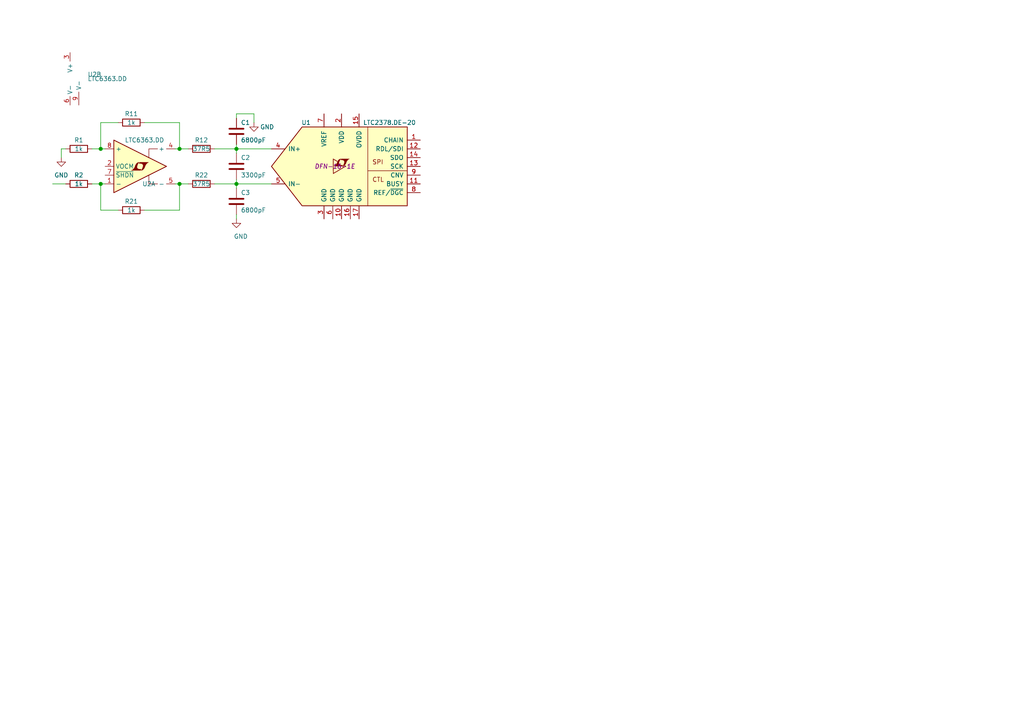
<source format=kicad_sch>
(kicad_sch (version 20201015) (generator eeschema)
  (paper "A4")
  (lib_symbols
    (symbol "ADI_DataConversion:LTC2378.DE-20" (pin_names (offset 1.016))
      (property "Reference" "U" (at 7.62 12.7 0))
      (property "Value" "LTC2378.DE-20" (at 7.62 -12.7 0))
      (symbol "LTC2378.DE-20_0_0"
        (text "CTL" (at 8.89 -3.81 0) (effects (font (size 1.27 1.27)) (justify left)))
        (text "SPI" (at 8.89 1.27 0) (effects (font (size 1.27 1.27)) (justify left)))
        (polyline (pts (xy 0.5842 0.1016) (xy 0.762 0.2032) (xy 0.9144 0.3556) (xy 1.2192 0.762) (xy 1.3208 1.016) (xy 1.397 1.27) (xy 1.5494 1.5494) (xy 1.7272 1.778) (xy 1.905 1.9812) (xy 2.1082 2.1082) (xy 2.2606 2.159) (xy -0.0762 2.159) (xy -0.1524 2.032) (xy -0.1524 2.0066) (xy -0.2032 1.9304) (xy -0.2286 1.905) (xy -0.1778 1.8796) (xy 0.1016 1.8796) (xy 0.3556 1.8542) (xy 0.5588 1.778) (xy 0.7112 1.651) (xy 0.8128 1.4986) (xy 0.8636 1.3208) (xy 0.8382 1.0922) (xy 0.8382 1.0668) (xy 0.6096 0.4572) (xy 0.508 0.2794) (xy 0.4064 0.1524) (xy 0.3302 0.0762) (xy 0.4318 0.0762) (xy 0.5842 0.1016)) (stroke (width 0.0254)) (fill (type outline)))
        (polyline (pts (xy 0.2286 0.1778) (xy 0.254 0.2032) (xy 0.3048 0.2794) (xy 0.3048 0.3302) (xy 0.254 0.3556) (xy -0.0508 0.3556) (xy -0.3048 0.381) (xy -0.508 0.4826) (xy -0.6604 0.5842) (xy -0.7366 0.762) (xy -0.762 0.9398) (xy -0.7366 1.1684) (xy -0.7366 1.1938) (xy -0.6858 1.3462) (xy -0.5334 1.7018) (xy -0.381 2.0066) (xy -0.3048 2.0828) (xy -0.2286 2.1844) (xy -0.3556 2.159) (xy -0.508 2.1082) (xy -0.7112 1.9812) (xy -0.889 1.8034) (xy -1.0414 1.6002) (xy -1.1684 1.3208) (xy -1.1684 1.2954) (xy -1.3208 0.9652) (xy -1.4478 0.6858) (xy -1.6002 0.4572) (xy -1.7526 0.3048) (xy -1.9304 0.1778) (xy -2.1082 0.0762) (xy 0.1778 0.0762) (xy 0.2286 0.1778)) (stroke (width 0.0254)) (fill (type outline)))
        (polyline (pts (xy -2.3622 -2.1082) (xy -2.286 -2.0574) (xy -2.159 -1.9812) (xy -2.0828 -1.9304) (xy -1.8288 -1.778) (xy -1.27 -1.4732) (xy -0.762 -1.1684) (xy -0.5334 -1.016) (xy -0.3556 -0.9144) (xy -0.2032 -0.8128) (xy -0.1016 -0.762) (xy -0.0254 -0.7112) (xy 0.127 -0.635) (xy 0.3048 -0.5334) (xy 0.7112 -0.2794) (xy 0.889 -0.1778) (xy 1.0414 -0.0762) (xy 1.143 0) (xy 1.2192 0.0508) (xy 1.2446 0.0762) (xy 1.0922 0.1778) (xy 0.9398 0.2286) (xy 0.9144 0.2032) (xy 0.9144 0.1778) (xy 0.9906 0.127) (xy 1.0922 0.0508) (xy 0.1778 -0.4826) (xy -0.0254 -0.6096) (xy -0.3302 -0.7874) (xy -0.6604 -0.9652) (xy -0.9652 -1.1684) (xy -1.27 -1.3462) (xy -1.524 -1.4986) (xy -1.7272 -1.6002) (xy -1.905 -1.7272) (xy -2.0828 -1.8034) (xy -2.2098 -1.8796) (xy -2.3114 -1.9304) (xy -2.3368 -1.9558) (xy -2.3368 2.032) (xy -1.8034 1.7272) (xy -1.6764 1.651) (xy -1.524 1.5494) (xy -1.3716 1.4732) (xy -1.2954 1.4478) (xy -1.2446 1.4224) (xy -1.2192 1.4224) (xy -1.2192 1.4732) (xy -1.2954 1.524) (xy -1.4224 1.6256) (xy -1.6002 1.7272) (xy -1.7272 1.8034) (xy -2.0828 2.0066) (xy -2.2098 2.0828) (xy -2.4638 2.2098) (xy -2.4638 -1.0668) (xy -2.4384 -1.3716) (xy -2.4384 -2.1336) (xy -2.413 -2.1336) (xy -2.3622 -2.1082)) (stroke (width 0.0254)) (fill (type outline)))
      )
      (symbol "LTC2378.DE-20_0_1"
        (polyline (pts (xy 7.62 -1.27) (xy 19.05 -1.27)))
        (polyline (pts (xy 7.62 11.43) (xy 7.62 -11.43)))
        (polyline (pts (xy 19.05 11.43) (xy 19.05 -11.43) (xy -11.43 -11.43) (xy -20.32 0) (xy -11.43 11.43) (xy 19.05 11.43)) (stroke (width 0.254)) (fill (type background)))
      )
      (symbol "LTC2378.DE-20_1_1"
        (pin input line (at 22.86 7.62 180) (length 3.81) (name "CHAIN") (number "1"))
        (pin power_in line (at 0 -15.24 90) (length 3.81) (name "GND") (number "10"))
        (pin output line (at 22.86 -5.08 180) (length 3.81) (name "BUSY") (number "11"))
        (pin input line (at 22.86 5.08 180) (length 3.81) (name "RDL/SDI") (number "12"))
        (pin input line (at 22.86 0 180) (length 3.81) (name "SCK") (number "13"))
        (pin output line (at 22.86 2.54 180) (length 3.81) (name "SDO") (number "14"))
        (pin power_in line (at 5.08 15.24 270) (length 3.81) (name "OVDD") (number "15"))
        (pin power_in line (at 2.54 -15.24 90) (length 3.81) (name "GND") (number "16"))
        (pin power_in line (at 5.08 -15.24 90) (length 3.81) (name "GND") (number "17"))
        (pin power_in line (at 0 15.24 270) (length 3.81) (name "VDD") (number "2"))
        (pin power_in line (at -5.08 -15.24 90) (length 3.81) (name "GND") (number "3"))
        (pin input line (at -20.32 5.08 0) (length 3.81) (name "IN+") (number "4"))
        (pin input line (at -20.32 -5.08 0) (length 3.81) (name "IN-") (number "5"))
        (pin power_in line (at -2.54 -15.24 90) (length 3.81) (name "GND") (number "6"))
        (pin passive line (at -5.08 15.24 270) (length 3.81) (name "VREF") (number "7"))
        (pin input line (at 22.86 -7.62 180) (length 3.81) (name "REF/~DGC~") (number "8"))
        (pin input line (at 22.86 -2.54 180) (length 3.81) (name "CNV") (number "9"))
      )
    )
    (symbol "ADI_SignalCondition:LTC6363.DD"
      (property "Reference" "U" (at 5.08 7.62 0))
      (property "Value" "LTC6363.DD" (at 5.08 -7.62 0))
      (property "Datasheet" "http://www.linear.com/product/LTC6363" (at 5.08 2.54 0))
      (symbol "LTC6363.DD_1_0"
        (polyline (pts (xy 2.7432 -0.9906) (xy 2.7686 -0.9652) (xy 2.8194 -0.8636) (xy 2.8194 -0.8382) (xy 2.6924 -0.8382) (xy 2.5908 -0.8128) (xy 2.1336 -0.8128) (xy 2.1082 -0.7874) (xy 1.8542 -0.6604) (xy 1.7526 -0.5588) (xy 1.6764 -0.4318) (xy 1.6256 -0.3302) (xy 1.6256 -0.0254) (xy 1.6764 0.127) (xy 1.7018 0.2286) (xy 1.7272 0.3048) (xy 1.778 0.4318) (xy 1.8288 0.5842) (xy 1.905 0.7112) (xy 1.9558 0.8382) (xy 2.032 0.9398) (xy 2.0828 1.0414) (xy 2.2098 1.1684) (xy 2.032 1.1684) (xy 1.905 1.1176) (xy 1.8034 1.0668) (xy 1.7272 1.016) (xy 1.6002 0.9144) (xy 1.4224 0.7366) (xy 1.1684 0.2794) (xy 1.0668 0) (xy 1.0668 -0.0508) (xy 1.016 -0.1524) (xy 0.9652 -0.2794) (xy 0.9144 -0.381) (xy 0.7874 -0.5588) (xy 0.635 -0.762) (xy 0.4826 -0.9144) (xy 0.3302 -1.0414) (xy 0.1524 -1.1176) (xy 0 -1.1684) (xy 2.667 -1.1684) (xy 2.7432 -0.9906)) (stroke (width 0.0254)) (fill (type outline)))
        (polyline (pts (xy 2.9464 -1.143) (xy 3.0226 -1.143) (xy 3.2004 -1.0668) (xy 3.3528 -0.9652) (xy 3.6322 -0.6858) (xy 3.7592 -0.4826) (xy 3.8608 -0.2794) (xy 3.937 -0.0254) (xy 3.9624 -0.0254) (xy 4.0386 0.2286) (xy 4.2926 0.635) (xy 4.445 0.8128) (xy 4.5974 0.9652) (xy 4.7498 1.0668) (xy 4.9276 1.143) (xy 4.953 1.143) (xy 4.953 1.1684) (xy 2.3876 1.1684) (xy 2.3114 1.016) (xy 2.286 0.9906) (xy 2.2352 0.889) (xy 2.2098 0.8636) (xy 2.2606 0.8636) (xy 2.3114 0.8382) (xy 2.8448 0.8382) (xy 2.8956 0.8128) (xy 2.9464 0.8128) (xy 3.0226 0.7874) (xy 3.1496 0.7112) (xy 3.2766 0.6096) (xy 3.3528 0.4826) (xy 3.3782 0.4318) (xy 3.4036 0.4064) (xy 3.4036 0) (xy 3.3782 -0.0508) (xy 3.3782 -0.127) (xy 3.3274 -0.2286) (xy 3.302 -0.3556) (xy 3.2258 -0.508) (xy 3.175 -0.6604) (xy 3.0226 -0.9144) (xy 2.9718 -1.016) (xy 2.8194 -1.1684) (xy 2.9464 -1.143)) (stroke (width 0.0254)) (fill (type outline)))
      )
      (symbol "LTC6363.DD_1_1"
        (polyline (pts (xy 7.62 -5.08) (xy 5.08 -5.08) (xy 5.08 -2.54)))
        (polyline (pts (xy 7.62 5.08) (xy 5.08 5.08) (xy 5.08 2.54)))
        (polyline (pts (xy 10.16 0) (xy -5.08 7.62) (xy -5.08 -7.62) (xy 10.16 0)) (stroke (width 0.254)) (fill (type background)))
        (pin input line (at -7.62 -5.08 0) (length 2.54) (name "-") (number "1"))
        (pin passive line (at -7.62 0 0) (length 2.54) (name "VOCM") (number "2"))
        (pin output line (at 12.7 5.08 180) (length 2.54) (name "+") (number "4"))
        (pin output line (at 12.7 -5.08 180) (length 2.54) (name "-") (number "5"))
        (pin input line (at -7.62 -2.54 0) (length 2.54) (name "~SHDN~") (number "7"))
        (pin input line (at -7.62 5.08 0) (length 2.54) (name "+") (number "8"))
      )
      (symbol "LTC6363.DD_2_1"
        (pin power_in line (at 0 7.62 270) (length 2.54) (name "V+") (number "3"))
        (pin power_in line (at 0 -7.62 90) (length 2.54) (name "V-") (number "6"))
        (pin power_in line (at 2.54 -7.62 90) (length 3.81) (name "V-") (number "9"))
      )
    )
    (symbol "Device:C" (pin_numbers hide) (pin_names (offset 0.254))
      (property "Reference" "C" (at 0.635 2.54 0))
      (property "Value" "C" (at 0.635 -2.54 0))
      (symbol "C_0_1"
        (polyline (pts (xy -2.032 -0.762) (xy 2.032 -0.762)) (stroke (width 0.508)))
        (polyline (pts (xy -2.032 0.762) (xy 2.032 0.762)) (stroke (width 0.508)))
      )
      (symbol "C_1_1"
        (pin passive line (at 0 3.81 270) (length 2.794) (name "~") (number "1"))
        (pin passive line (at 0 -3.81 90) (length 2.794) (name "~") (number "2"))
      )
    )
    (symbol "Device:R" (pin_numbers hide) (pin_names (offset 0))
      (property "Reference" "R" (at 2.032 0 90))
      (property "Value" "R" (at 0 0 90))
      (symbol "R_0_1"
        (rectangle (start -1.016 -2.54) (end 1.016 2.54) (stroke (width 0.254)))
      )
      (symbol "R_1_1"
        (pin passive line (at 0 3.81 270) (length 1.27) (name "~") (number "1"))
        (pin passive line (at 0 -3.81 90) (length 1.27) (name "~") (number "2"))
      )
    )
    (symbol "power:GND" (power) (pin_names (offset 0))
      (property "Value" "GND" (at 0 -3.81 0))
      (symbol "GND_0_1"
        (polyline (pts (xy 0 0) (xy 0 -1.27) (xy 1.27 -1.27) (xy 0 -2.54) (xy -1.27 -1.27) (xy 0 -1.27)))
      )
      (symbol "GND_1_1"
        (pin power_in line (at 0 0 270) (length 0) hide (name "GND") (number "1"))
      )
    )
  )
  (junction (at 29.21 43.18) (diameter 1.016))
  (junction (at 29.21 53.34) (diameter 1.016))
  (junction (at 52.07 43.18) (diameter 1.016))
  (junction (at 52.07 53.34) (diameter 1.016))
  (junction (at 68.58 43.18) (diameter 1.016))
  (junction (at 68.58 53.34) (diameter 1.016))
  (wire (pts (xy 17.78 43.18) (xy 19.05 43.18)))
  (wire (pts (xy 17.78 45.72) (xy 17.78 43.18)))
  (wire (pts (xy 19.05 53.34) (xy 15.24 53.34)))
  (wire (pts (xy 26.67 43.18) (xy 29.21 43.18)))
  (wire (pts (xy 26.67 53.34) (xy 29.21 53.34)))
  (wire (pts (xy 29.21 35.56) (xy 34.29 35.56)))
  (wire (pts (xy 29.21 43.18) (xy 29.21 35.56)))
  (wire (pts (xy 29.21 43.18) (xy 30.48 43.18)))
  (wire (pts (xy 29.21 53.34) (xy 29.21 60.96)))
  (wire (pts (xy 29.21 53.34) (xy 30.48 53.34)))
  (wire (pts (xy 29.21 60.96) (xy 34.29 60.96)))
  (wire (pts (xy 41.91 35.56) (xy 52.07 35.56)))
  (wire (pts (xy 50.8 43.18) (xy 52.07 43.18)))
  (wire (pts (xy 50.8 53.34) (xy 52.07 53.34)))
  (wire (pts (xy 52.07 35.56) (xy 52.07 43.18)))
  (wire (pts (xy 52.07 43.18) (xy 54.61 43.18)))
  (wire (pts (xy 52.07 53.34) (xy 52.07 60.96)))
  (wire (pts (xy 52.07 53.34) (xy 54.61 53.34)))
  (wire (pts (xy 52.07 60.96) (xy 41.91 60.96)))
  (wire (pts (xy 62.23 43.18) (xy 68.58 43.18)))
  (wire (pts (xy 62.23 53.34) (xy 68.58 53.34)))
  (wire (pts (xy 68.58 33.02) (xy 73.66 33.02)))
  (wire (pts (xy 68.58 34.29) (xy 68.58 33.02)))
  (wire (pts (xy 68.58 41.91) (xy 68.58 43.18)))
  (wire (pts (xy 68.58 43.18) (xy 68.58 44.45)))
  (wire (pts (xy 68.58 43.18) (xy 78.74 43.18)))
  (wire (pts (xy 68.58 52.07) (xy 68.58 53.34)))
  (wire (pts (xy 68.58 53.34) (xy 68.58 54.61)))
  (wire (pts (xy 68.58 53.34) (xy 78.74 53.34)))
  (wire (pts (xy 68.58 62.23) (xy 68.58 63.5)))
  (wire (pts (xy 73.66 33.02) (xy 73.66 35.56)))
  (symbol (lib_id "power:GND") (at 17.78 45.72 0) (unit 1)
    (property "Reference" "#PWR?" (effects hide))
    (property "Value" "GND" (at 17.78 50.8 0))
  )
  (symbol (lib_id "power:GND") (at 68.58 63.5 0) (unit 1)
    (property "Reference" "#PWR?" (effects hide))
    (property "Value" "GND" (at 69.85 68.58 0))
  )
  (symbol (lib_id "power:GND") (at 73.66 35.56 0) (unit 1)
    (property "Reference" "#PWR?" (effects hide))
    (property "Value" "GND" (at 77.47 36.83 0))
  )
  (symbol (lib_id "Device:R") (at 22.86 43.18 270) (unit 1)
    (property "Reference" "R1" (at 22.86 40.64 90))
    (property "Value" "1k" (at 22.86 43.18 90))
  )
  (symbol (lib_id "Device:R") (at 22.86 53.34 270) (unit 1)
    (property "Reference" "R2" (at 22.86 50.8 90))
    (property "Value" "1k" (at 22.86 53.34 90))
  )
  (symbol (lib_id "Device:R") (at 38.1 35.56 270) (unit 1)
    (property "Reference" "R11" (at 38.1 33.02 90))
    (property "Value" "1k" (at 38.1 35.56 90))
  )
  (symbol (lib_id "Device:R") (at 38.1 60.96 270) (unit 1)
    (property "Reference" "R21" (at 38.1 58.42 90))
    (property "Value" "1k" (at 38.1 60.96 90))
  )
  (symbol (lib_id "Device:R") (at 58.42 43.18 270) (unit 1)
    (property "Reference" "R12" (at 58.42 40.64 90))
    (property "Value" "37R5" (at 58.42 43.18 90))
  )
  (symbol (lib_id "Device:R") (at 58.42 53.34 270) (unit 1)
    (property "Reference" "R22" (at 58.42 50.8 90))
    (property "Value" "37R5" (at 58.42 53.34 90))
  )
  (symbol (lib_id "Device:C") (at 68.58 38.1 0) (unit 1)
    (property "Reference" "C1" (at 69.85 35.56 0) (effects (justify left)))
    (property "Value" "6800pF" (at 69.85 40.64 0) (effects (justify left)))
  )
  (symbol (lib_id "Device:C") (at 68.58 48.26 0) (unit 1)
    (property "Reference" "C2" (at 69.85 45.72 0) (effects (justify left)))
    (property "Value" "3300pF" (at 69.85 50.8 0) (effects (justify left)))
  )
  (symbol (lib_id "Device:C") (at 68.58 58.42 0) (unit 1)
    (property "Reference" "C3" (at 69.85 55.88 0) (effects (justify left)))
    (property "Value" "6800pF" (at 69.85 60.96 0) (effects (justify left)))
  )
  (symbol (lib_id "ADI_SignalCondition:LTC6363.DD") (at 20.32 22.86 0) (unit 2)
    (property "Reference" "U2" (at 25.4 21.59 0) (effects (justify left)))
    (property "Value" "LTC6363.DD" (at 25.4 22.86 0) (effects (justify left)))
    (property "Footprint" "DFN-8-1E" (effects hide))
  )
  (symbol (lib_id "ADI_SignalCondition:LTC6363.DD") (at 38.1 48.26 0) (unit 1)
    (property "Reference" "U2" (at 43.18 53.34 0))
    (property "Value" "LTC6363.DD" (at 41.91 40.64 0))
    (property "Footprint" "DFN-8-1E" (effects hide))
  )
  (symbol (lib_id "ADI_DataConversion:LTC2378.DE-20") (at 99.06 48.26 0) (unit 1)
    (property "Reference" "U1" (at 90.17 35.56 0) (effects (justify right)))
    (property "Value" "LTC2378.DE-20" (at 120.65 35.56 0) (effects (justify right)))
    (property "Footprint" "DFN-16-1E" (at 102.87 48.26 0) (effects (font italic) (justify right)))
  )
)
</source>
